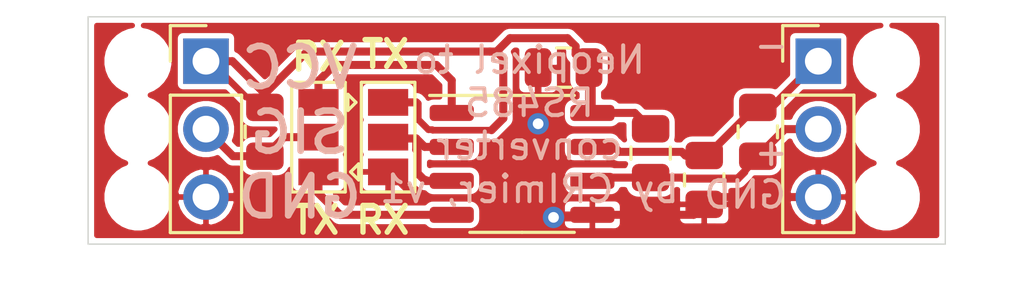
<source format=kicad_pcb>
(kicad_pcb (version 20171130) (host pcbnew 5.1.5+dfsg1-2build2)

  (general
    (thickness 1.6)
    (drawings 13)
    (tracks 103)
    (zones 0)
    (modules 16)
    (nets 9)
  )

  (page A4)
  (layers
    (0 F.Cu signal)
    (31 B.Cu signal)
    (32 B.Adhes user)
    (33 F.Adhes user)
    (34 B.Paste user)
    (35 F.Paste user)
    (36 B.SilkS user)
    (37 F.SilkS user)
    (38 B.Mask user)
    (39 F.Mask user)
    (40 Dwgs.User user)
    (41 Cmts.User user)
    (42 Eco1.User user)
    (43 Eco2.User user)
    (44 Edge.Cuts user)
    (45 Margin user)
    (46 B.CrtYd user)
    (47 F.CrtYd user)
    (48 B.Fab user)
    (49 F.Fab user)
  )

  (setup
    (last_trace_width 0.3)
    (user_trace_width 0.3)
    (trace_clearance 0.2)
    (zone_clearance 0.2)
    (zone_45_only yes)
    (trace_min 0.2)
    (via_size 0.8)
    (via_drill 0.4)
    (via_min_size 0.4)
    (via_min_drill 0.3)
    (uvia_size 0.3)
    (uvia_drill 0.1)
    (uvias_allowed no)
    (uvia_min_size 0.2)
    (uvia_min_drill 0.1)
    (edge_width 0.05)
    (segment_width 0.2)
    (pcb_text_width 0.3)
    (pcb_text_size 1.5 1.5)
    (mod_edge_width 0.12)
    (mod_text_size 1 1)
    (mod_text_width 0.15)
    (pad_size 1.524 1.524)
    (pad_drill 0.762)
    (pad_to_mask_clearance 0.051)
    (solder_mask_min_width 0.25)
    (aux_axis_origin 180 84.7)
    (visible_elements FFFFFF7F)
    (pcbplotparams
      (layerselection 0x010fc_ffffffff)
      (usegerberextensions true)
      (usegerberattributes false)
      (usegerberadvancedattributes false)
      (creategerberjobfile false)
      (excludeedgelayer true)
      (linewidth 0.100000)
      (plotframeref false)
      (viasonmask false)
      (mode 1)
      (useauxorigin true)
      (hpglpennumber 1)
      (hpglpenspeed 20)
      (hpglpendiameter 15.000000)
      (psnegative false)
      (psa4output false)
      (plotreference false)
      (plotvalue false)
      (plotinvisibletext false)
      (padsonsilk false)
      (subtractmaskfromsilk true)
      (outputformat 1)
      (mirror false)
      (drillshape 0)
      (scaleselection 1)
      (outputdirectory "gerbers/"))
  )

  (net 0 "")
  (net 1 GND)
  (net 2 CH)
  (net 3 VCC)
  (net 4 /A)
  (net 5 /B)
  (net 6 IN)
  (net 7 OUT)
  (net 8 MO)

  (net_class Default "This is the default net class."
    (clearance 0.2)
    (trace_width 0.25)
    (via_dia 0.8)
    (via_drill 0.4)
    (uvia_dia 0.3)
    (uvia_drill 0.1)
    (add_net /A)
    (add_net /B)
    (add_net CH)
    (add_net GND)
    (add_net IN)
    (add_net MO)
    (add_net OUT)
    (add_net VCC)
  )

  (module neopixel_to_rs485_adapter:wire_hole (layer F.Cu) (tedit 61858AB8) (tstamp 6185E8F4)
    (at 177.8 91.44)
    (descr "Mounting Hole 2.1mm, no annular")
    (tags "mounting hole 2.1mm no annular")
    (attr virtual)
    (fp_text reference H3 (at 0 -3.2) (layer F.SilkS) hide
      (effects (font (size 1 1) (thickness 0.15)))
    )
    (fp_text value MountingHole (at 0 3.2) (layer F.Fab)
      (effects (font (size 1 1) (thickness 0.15)))
    )
    (fp_text user %R (at 0.3 0) (layer F.Fab) hide
      (effects (font (size 1 1) (thickness 0.15)))
    )
    (fp_circle (center 0 0) (end 1.25 0) (layer Cmts.User) (width 0.15))
    (fp_circle (center 0 0) (end 1.5 0) (layer F.CrtYd) (width 0.05))
    (pad "" np_thru_hole circle (at 0 0) (size 2.1 2.1) (drill 2.1) (layers *.Cu *.Mask))
  )

  (module neopixel_to_rs485_adapter:wire_hole (layer F.Cu) (tedit 61858AB8) (tstamp 6185E8E6)
    (at 177.8 88.9)
    (descr "Mounting Hole 2.1mm, no annular")
    (tags "mounting hole 2.1mm no annular")
    (attr virtual)
    (fp_text reference H3 (at 0 -3.2) (layer F.SilkS) hide
      (effects (font (size 1 1) (thickness 0.15)))
    )
    (fp_text value MountingHole (at 0 3.2) (layer F.Fab)
      (effects (font (size 1 1) (thickness 0.15)))
    )
    (fp_circle (center 0 0) (end 1.5 0) (layer F.CrtYd) (width 0.05))
    (fp_circle (center 0 0) (end 1.25 0) (layer Cmts.User) (width 0.15))
    (fp_text user %R (at 0.3 0) (layer F.Fab) hide
      (effects (font (size 1 1) (thickness 0.15)))
    )
    (pad "" np_thru_hole circle (at 0 0) (size 2.1 2.1) (drill 2.1) (layers *.Cu *.Mask))
  )

  (module neopixel_to_rs485_adapter:wire_hole (layer F.Cu) (tedit 61858AB8) (tstamp 6185E8D8)
    (at 177.8 86.36)
    (descr "Mounting Hole 2.1mm, no annular")
    (tags "mounting hole 2.1mm no annular")
    (attr virtual)
    (fp_text reference H3 (at 0 -3.2) (layer F.SilkS) hide
      (effects (font (size 1 1) (thickness 0.15)))
    )
    (fp_text value MountingHole (at 0 3.2) (layer F.Fab)
      (effects (font (size 1 1) (thickness 0.15)))
    )
    (fp_text user %R (at 0.3 0) (layer F.Fab) hide
      (effects (font (size 1 1) (thickness 0.15)))
    )
    (fp_circle (center 0 0) (end 1.25 0) (layer Cmts.User) (width 0.15))
    (fp_circle (center 0 0) (end 1.5 0) (layer F.CrtYd) (width 0.05))
    (pad "" np_thru_hole circle (at 0 0) (size 2.1 2.1) (drill 2.1) (layers *.Cu *.Mask))
  )

  (module neopixel_to_rs485_adapter:wire_hole (layer F.Cu) (tedit 61858AB8) (tstamp 6185E8CA)
    (at 149.86 91.44)
    (descr "Mounting Hole 2.1mm, no annular")
    (tags "mounting hole 2.1mm no annular")
    (attr virtual)
    (fp_text reference H3 (at 0 -3.2) (layer F.SilkS) hide
      (effects (font (size 1 1) (thickness 0.15)))
    )
    (fp_text value MountingHole (at 0 3.2) (layer F.Fab)
      (effects (font (size 1 1) (thickness 0.15)))
    )
    (fp_circle (center 0 0) (end 1.5 0) (layer F.CrtYd) (width 0.05))
    (fp_circle (center 0 0) (end 1.25 0) (layer Cmts.User) (width 0.15))
    (fp_text user %R (at 0.3 0) (layer F.Fab) hide
      (effects (font (size 1 1) (thickness 0.15)))
    )
    (pad "" np_thru_hole circle (at 0 0) (size 2.1 2.1) (drill 2.1) (layers *.Cu *.Mask))
  )

  (module neopixel_to_rs485_adapter:wire_hole (layer F.Cu) (tedit 61858AB8) (tstamp 6185E8BC)
    (at 149.86 88.9)
    (descr "Mounting Hole 2.1mm, no annular")
    (tags "mounting hole 2.1mm no annular")
    (attr virtual)
    (fp_text reference H3 (at 0 -3.2) (layer F.SilkS) hide
      (effects (font (size 1 1) (thickness 0.15)))
    )
    (fp_text value MountingHole (at 0 3.2) (layer F.Fab)
      (effects (font (size 1 1) (thickness 0.15)))
    )
    (fp_text user %R (at 0.3 0) (layer F.Fab) hide
      (effects (font (size 1 1) (thickness 0.15)))
    )
    (fp_circle (center 0 0) (end 1.25 0) (layer Cmts.User) (width 0.15))
    (fp_circle (center 0 0) (end 1.5 0) (layer F.CrtYd) (width 0.05))
    (pad "" np_thru_hole circle (at 0 0) (size 2.1 2.1) (drill 2.1) (layers *.Cu *.Mask))
  )

  (module neopixel_to_rs485_adapter:wire_hole (layer F.Cu) (tedit 61858AB8) (tstamp 6185E89C)
    (at 149.86 86.36)
    (descr "Mounting Hole 2.1mm, no annular")
    (tags "mounting hole 2.1mm no annular")
    (attr virtual)
    (fp_text reference H3 (at 0 -3.2) (layer F.SilkS) hide
      (effects (font (size 1 1) (thickness 0.15)))
    )
    (fp_text value MountingHole (at 0 3.2) (layer F.Fab)
      (effects (font (size 1 1) (thickness 0.15)))
    )
    (fp_circle (center 0 0) (end 1.5 0) (layer F.CrtYd) (width 0.05))
    (fp_circle (center 0 0) (end 1.25 0) (layer Cmts.User) (width 0.15))
    (fp_text user %R (at 0.3 0) (layer F.Fab) hide
      (effects (font (size 1 1) (thickness 0.15)))
    )
    (pad "" np_thru_hole circle (at 0 0) (size 2.1 2.1) (drill 2.1) (layers *.Cu *.Mask))
  )

  (module Capacitor_SMD:C_0805_2012Metric (layer F.Cu) (tedit 5F68FEEE) (tstamp 6185C257)
    (at 165.75 86.6 180)
    (descr "Capacitor SMD 0805 (2012 Metric), square (rectangular) end terminal, IPC_7351 nominal, (Body size source: IPC-SM-782 page 76, https://www.pcb-3d.com/wordpress/wp-content/uploads/ipc-sm-782a_amendment_1_and_2.pdf, https://docs.google.com/spreadsheets/d/1BsfQQcO9C6DZCsRaXUlFlo91Tg2WpOkGARC1WS5S8t0/edit?usp=sharing), generated with kicad-footprint-generator")
    (tags capacitor)
    (path /61879886)
    (attr smd)
    (fp_text reference C1 (at 0 -1.68) (layer F.SilkS) hide
      (effects (font (size 1 1) (thickness 0.15)))
    )
    (fp_text value 100nF (at 0 1.68) (layer F.Fab)
      (effects (font (size 1 1) (thickness 0.15)))
    )
    (fp_text user %R (at 0 0) (layer F.Fab)
      (effects (font (size 0.5 0.5) (thickness 0.08)))
    )
    (fp_line (start 1.7 0.98) (end -1.7 0.98) (layer F.CrtYd) (width 0.05))
    (fp_line (start 1.7 -0.98) (end 1.7 0.98) (layer F.CrtYd) (width 0.05))
    (fp_line (start -1.7 -0.98) (end 1.7 -0.98) (layer F.CrtYd) (width 0.05))
    (fp_line (start -1.7 0.98) (end -1.7 -0.98) (layer F.CrtYd) (width 0.05))
    (fp_line (start -0.261252 0.735) (end 0.261252 0.735) (layer F.SilkS) (width 0.12))
    (fp_line (start -0.261252 -0.735) (end 0.261252 -0.735) (layer F.SilkS) (width 0.12))
    (fp_line (start 1 0.625) (end -1 0.625) (layer F.Fab) (width 0.1))
    (fp_line (start 1 -0.625) (end 1 0.625) (layer F.Fab) (width 0.1))
    (fp_line (start -1 -0.625) (end 1 -0.625) (layer F.Fab) (width 0.1))
    (fp_line (start -1 0.625) (end -1 -0.625) (layer F.Fab) (width 0.1))
    (pad 2 smd roundrect (at 0.95 0 180) (size 1 1.45) (layers F.Cu F.Paste F.Mask) (roundrect_rratio 0.25)
      (net 1 GND))
    (pad 1 smd roundrect (at -0.95 0 180) (size 1 1.45) (layers F.Cu F.Paste F.Mask) (roundrect_rratio 0.25)
      (net 3 VCC))
    (model ${KISYS3DMOD}/Capacitor_SMD.3dshapes/C_0805_2012Metric.wrl
      (at (xyz 0 0 0))
      (scale (xyz 1 1 1))
      (rotate (xyz 0 0 0))
    )
  )

  (module Jumper:SolderJumper-3_P1.3mm_Open_Pad1.0x1.5mm (layer F.Cu) (tedit 5A3F8BB2) (tstamp 6185ADE5)
    (at 159.2 89.2 270)
    (descr "SMD Solder 3-pad Jumper, 1x1.5mm Pads, 0.3mm gap, open")
    (tags "solder jumper open")
    (path /6185DDBF)
    (attr virtual)
    (fp_text reference JP2 (at 0 -1.8 90) (layer F.SilkS) hide
      (effects (font (size 1 1) (thickness 0.15)))
    )
    (fp_text value DIR (at 0 2 90) (layer F.Fab)
      (effects (font (size 1 1) (thickness 0.15)))
    )
    (fp_line (start 2.3 1.25) (end -2.3 1.25) (layer F.CrtYd) (width 0.05))
    (fp_line (start 2.3 1.25) (end 2.3 -1.25) (layer F.CrtYd) (width 0.05))
    (fp_line (start -2.3 -1.25) (end -2.3 1.25) (layer F.CrtYd) (width 0.05))
    (fp_line (start -2.3 -1.25) (end 2.3 -1.25) (layer F.CrtYd) (width 0.05))
    (fp_line (start -2.05 -1) (end 2.05 -1) (layer F.SilkS) (width 0.12))
    (fp_line (start 2.05 -1) (end 2.05 1) (layer F.SilkS) (width 0.12))
    (fp_line (start 2.05 1) (end -2.05 1) (layer F.SilkS) (width 0.12))
    (fp_line (start -2.05 1) (end -2.05 -1) (layer F.SilkS) (width 0.12))
    (fp_line (start -1.3 1.2) (end -1.6 1.5) (layer F.SilkS) (width 0.12))
    (fp_line (start -1.6 1.5) (end -1 1.5) (layer F.SilkS) (width 0.12))
    (fp_line (start -1.3 1.2) (end -1 1.5) (layer F.SilkS) (width 0.12))
    (pad 1 smd rect (at -1.3 0 270) (size 1 1.5) (layers F.Cu F.Mask)
      (net 3 VCC))
    (pad 2 smd rect (at 0 0 270) (size 1 1.5) (layers F.Cu F.Mask)
      (net 8 MO))
    (pad 3 smd rect (at 1.3 0 270) (size 1 1.5) (layers F.Cu F.Mask)
      (net 1 GND))
  )

  (module Connector_PinHeader_2.54mm:PinHeader_1x03_P2.54mm_Vertical (layer F.Cu) (tedit 59FED5CC) (tstamp 6185ADC1)
    (at 175.26 86.36)
    (descr "Through hole straight pin header, 1x03, 2.54mm pitch, single row")
    (tags "Through hole pin header THT 1x03 2.54mm single row")
    (path /618576DF)
    (fp_text reference J2 (at 0 -2.33) (layer F.SilkS) hide
      (effects (font (size 1 1) (thickness 0.15)))
    )
    (fp_text value RS485 (at 0 7.41) (layer F.Fab)
      (effects (font (size 1 1) (thickness 0.15)))
    )
    (fp_text user %R (at 0 2.54 90) (layer F.Fab)
      (effects (font (size 1 1) (thickness 0.15)))
    )
    (fp_line (start 1.8 -1.8) (end -1.8 -1.8) (layer F.CrtYd) (width 0.05))
    (fp_line (start 1.8 6.85) (end 1.8 -1.8) (layer F.CrtYd) (width 0.05))
    (fp_line (start -1.8 6.85) (end 1.8 6.85) (layer F.CrtYd) (width 0.05))
    (fp_line (start -1.8 -1.8) (end -1.8 6.85) (layer F.CrtYd) (width 0.05))
    (fp_line (start -1.33 -1.33) (end 0 -1.33) (layer F.SilkS) (width 0.12))
    (fp_line (start -1.33 0) (end -1.33 -1.33) (layer F.SilkS) (width 0.12))
    (fp_line (start -1.33 1.27) (end 1.33 1.27) (layer F.SilkS) (width 0.12))
    (fp_line (start 1.33 1.27) (end 1.33 6.41) (layer F.SilkS) (width 0.12))
    (fp_line (start -1.33 1.27) (end -1.33 6.41) (layer F.SilkS) (width 0.12))
    (fp_line (start -1.33 6.41) (end 1.33 6.41) (layer F.SilkS) (width 0.12))
    (fp_line (start -1.27 -0.635) (end -0.635 -1.27) (layer F.Fab) (width 0.1))
    (fp_line (start -1.27 6.35) (end -1.27 -0.635) (layer F.Fab) (width 0.1))
    (fp_line (start 1.27 6.35) (end -1.27 6.35) (layer F.Fab) (width 0.1))
    (fp_line (start 1.27 -1.27) (end 1.27 6.35) (layer F.Fab) (width 0.1))
    (fp_line (start -0.635 -1.27) (end 1.27 -1.27) (layer F.Fab) (width 0.1))
    (pad 3 thru_hole oval (at 0 5.08) (size 1.7 1.7) (drill 1) (layers *.Cu *.Mask)
      (net 1 GND))
    (pad 2 thru_hole oval (at 0 2.54) (size 1.7 1.7) (drill 1) (layers *.Cu *.Mask)
      (net 4 /A))
    (pad 1 thru_hole rect (at 0 0) (size 1.7 1.7) (drill 1) (layers *.Cu *.Mask)
      (net 5 /B))
    (model ${KISYS3DMOD}/Connector_PinHeader_2.54mm.3dshapes/PinHeader_1x03_P2.54mm_Vertical.wrl
      (at (xyz 0 0 0))
      (scale (xyz 1 1 1))
      (rotate (xyz 0 0 0))
    )
  )

  (module Package_SO:SOP-8_3.9x4.9mm_P1.27mm (layer F.Cu) (tedit 5D9F72B1) (tstamp 6185AE43)
    (at 164.2 90.2)
    (descr "SOP, 8 Pin (http://www.macronix.com/Lists/Datasheet/Attachments/7534/MX25R3235F,%20Wide%20Range,%2032Mb,%20v1.6.pdf#page=79), generated with kicad-footprint-generator ipc_gullwing_generator.py")
    (tags "SOP SO")
    (path /6185518F)
    (attr smd)
    (fp_text reference U1 (at 0 -3.4) (layer F.SilkS) hide
      (effects (font (size 1 1) (thickness 0.15)))
    )
    (fp_text value MAX485E (at 0 3.4) (layer F.Fab)
      (effects (font (size 1 1) (thickness 0.15)))
    )
    (fp_text user %R (at 0 0) (layer F.Fab)
      (effects (font (size 0.98 0.98) (thickness 0.15)))
    )
    (fp_line (start 3.7 -2.7) (end -3.7 -2.7) (layer F.CrtYd) (width 0.05))
    (fp_line (start 3.7 2.7) (end 3.7 -2.7) (layer F.CrtYd) (width 0.05))
    (fp_line (start -3.7 2.7) (end 3.7 2.7) (layer F.CrtYd) (width 0.05))
    (fp_line (start -3.7 -2.7) (end -3.7 2.7) (layer F.CrtYd) (width 0.05))
    (fp_line (start -1.95 -1.475) (end -0.975 -2.45) (layer F.Fab) (width 0.1))
    (fp_line (start -1.95 2.45) (end -1.95 -1.475) (layer F.Fab) (width 0.1))
    (fp_line (start 1.95 2.45) (end -1.95 2.45) (layer F.Fab) (width 0.1))
    (fp_line (start 1.95 -2.45) (end 1.95 2.45) (layer F.Fab) (width 0.1))
    (fp_line (start -0.975 -2.45) (end 1.95 -2.45) (layer F.Fab) (width 0.1))
    (fp_line (start 0 -2.56) (end -3.45 -2.56) (layer F.SilkS) (width 0.12))
    (fp_line (start 0 -2.56) (end 1.95 -2.56) (layer F.SilkS) (width 0.12))
    (fp_line (start 0 2.56) (end -1.95 2.56) (layer F.SilkS) (width 0.12))
    (fp_line (start 0 2.56) (end 1.95 2.56) (layer F.SilkS) (width 0.12))
    (pad 8 smd roundrect (at 2.625 -1.905) (size 1.65 0.6) (layers F.Cu F.Paste F.Mask) (roundrect_rratio 0.25)
      (net 3 VCC))
    (pad 7 smd roundrect (at 2.625 -0.635) (size 1.65 0.6) (layers F.Cu F.Paste F.Mask) (roundrect_rratio 0.25)
      (net 5 /B))
    (pad 6 smd roundrect (at 2.625 0.635) (size 1.65 0.6) (layers F.Cu F.Paste F.Mask) (roundrect_rratio 0.25)
      (net 4 /A))
    (pad 5 smd roundrect (at 2.625 1.905) (size 1.65 0.6) (layers F.Cu F.Paste F.Mask) (roundrect_rratio 0.25)
      (net 1 GND))
    (pad 4 smd roundrect (at -2.625 1.905) (size 1.65 0.6) (layers F.Cu F.Paste F.Mask) (roundrect_rratio 0.25)
      (net 6 IN))
    (pad 3 smd roundrect (at -2.625 0.635) (size 1.65 0.6) (layers F.Cu F.Paste F.Mask) (roundrect_rratio 0.25)
      (net 8 MO))
    (pad 2 smd roundrect (at -2.625 -0.635) (size 1.65 0.6) (layers F.Cu F.Paste F.Mask) (roundrect_rratio 0.25)
      (net 8 MO))
    (pad 1 smd roundrect (at -2.625 -1.905) (size 1.65 0.6) (layers F.Cu F.Paste F.Mask) (roundrect_rratio 0.25)
      (net 7 OUT))
    (model ${KISYS3DMOD}/Package_SO.3dshapes/SOP-8_3.9x4.9mm_P1.27mm.wrl
      (at (xyz 0 0 0))
      (scale (xyz 1 1 1))
      (rotate (xyz 0 0 0))
    )
  )

  (module Resistor_SMD:R_0805_2012Metric (layer F.Cu) (tedit 5F68FEEE) (tstamp 6185AE29)
    (at 154.6 89 270)
    (descr "Resistor SMD 0805 (2012 Metric), square (rectangular) end terminal, IPC_7351 nominal, (Body size source: IPC-SM-782 page 72, https://www.pcb-3d.com/wordpress/wp-content/uploads/ipc-sm-782a_amendment_1_and_2.pdf), generated with kicad-footprint-generator")
    (tags resistor)
    (path /618644B3)
    (attr smd)
    (fp_text reference R4 (at 0 -1.65 90) (layer F.SilkS) hide
      (effects (font (size 1 1) (thickness 0.15)))
    )
    (fp_text value RSP (at 0 1.65 90) (layer F.Fab)
      (effects (font (size 1 1) (thickness 0.15)))
    )
    (fp_text user %R (at 0 0 90) (layer F.Fab)
      (effects (font (size 0.5 0.5) (thickness 0.08)))
    )
    (fp_line (start 1.68 0.95) (end -1.68 0.95) (layer F.CrtYd) (width 0.05))
    (fp_line (start 1.68 -0.95) (end 1.68 0.95) (layer F.CrtYd) (width 0.05))
    (fp_line (start -1.68 -0.95) (end 1.68 -0.95) (layer F.CrtYd) (width 0.05))
    (fp_line (start -1.68 0.95) (end -1.68 -0.95) (layer F.CrtYd) (width 0.05))
    (fp_line (start -0.227064 0.735) (end 0.227064 0.735) (layer F.SilkS) (width 0.12))
    (fp_line (start -0.227064 -0.735) (end 0.227064 -0.735) (layer F.SilkS) (width 0.12))
    (fp_line (start 1 0.625) (end -1 0.625) (layer F.Fab) (width 0.1))
    (fp_line (start 1 -0.625) (end 1 0.625) (layer F.Fab) (width 0.1))
    (fp_line (start -1 -0.625) (end 1 -0.625) (layer F.Fab) (width 0.1))
    (fp_line (start -1 0.625) (end -1 -0.625) (layer F.Fab) (width 0.1))
    (pad 2 smd roundrect (at 0.9125 0 270) (size 1.025 1.4) (layers F.Cu F.Paste F.Mask) (roundrect_rratio 0.243902)
      (net 2 CH))
    (pad 1 smd roundrect (at -0.9125 0 270) (size 1.025 1.4) (layers F.Cu F.Paste F.Mask) (roundrect_rratio 0.243902)
      (net 3 VCC))
    (model ${KISYS3DMOD}/Resistor_SMD.3dshapes/R_0805_2012Metric.wrl
      (at (xyz 0 0 0))
      (scale (xyz 1 1 1))
      (rotate (xyz 0 0 0))
    )
  )

  (module Resistor_SMD:R_0805_2012Metric (layer F.Cu) (tedit 5F68FEEE) (tstamp 6185AE18)
    (at 169 89.8 90)
    (descr "Resistor SMD 0805 (2012 Metric), square (rectangular) end terminal, IPC_7351 nominal, (Body size source: IPC-SM-782 page 72, https://www.pcb-3d.com/wordpress/wp-content/uploads/ipc-sm-782a_amendment_1_and_2.pdf), generated with kicad-footprint-generator")
    (tags resistor)
    (path /61859C4E)
    (attr smd)
    (fp_text reference R3 (at 0 -1.65 90) (layer F.SilkS) hide
      (effects (font (size 1 1) (thickness 0.15)))
    )
    (fp_text value RSP (at 0 1.65 90) (layer F.Fab)
      (effects (font (size 1 1) (thickness 0.15)))
    )
    (fp_text user %R (at 0 0 90) (layer F.Fab)
      (effects (font (size 0.5 0.5) (thickness 0.08)))
    )
    (fp_line (start 1.68 0.95) (end -1.68 0.95) (layer F.CrtYd) (width 0.05))
    (fp_line (start 1.68 -0.95) (end 1.68 0.95) (layer F.CrtYd) (width 0.05))
    (fp_line (start -1.68 -0.95) (end 1.68 -0.95) (layer F.CrtYd) (width 0.05))
    (fp_line (start -1.68 0.95) (end -1.68 -0.95) (layer F.CrtYd) (width 0.05))
    (fp_line (start -0.227064 0.735) (end 0.227064 0.735) (layer F.SilkS) (width 0.12))
    (fp_line (start -0.227064 -0.735) (end 0.227064 -0.735) (layer F.SilkS) (width 0.12))
    (fp_line (start 1 0.625) (end -1 0.625) (layer F.Fab) (width 0.1))
    (fp_line (start 1 -0.625) (end 1 0.625) (layer F.Fab) (width 0.1))
    (fp_line (start -1 -0.625) (end 1 -0.625) (layer F.Fab) (width 0.1))
    (fp_line (start -1 0.625) (end -1 -0.625) (layer F.Fab) (width 0.1))
    (pad 2 smd roundrect (at 0.9125 0 90) (size 1.025 1.4) (layers F.Cu F.Paste F.Mask) (roundrect_rratio 0.243902)
      (net 3 VCC))
    (pad 1 smd roundrect (at -0.9125 0 90) (size 1.025 1.4) (layers F.Cu F.Paste F.Mask) (roundrect_rratio 0.243902)
      (net 4 /A))
    (model ${KISYS3DMOD}/Resistor_SMD.3dshapes/R_0805_2012Metric.wrl
      (at (xyz 0 0 0))
      (scale (xyz 1 1 1))
      (rotate (xyz 0 0 0))
    )
  )

  (module Resistor_SMD:R_0805_2012Metric (layer F.Cu) (tedit 5F68FEEE) (tstamp 6185AE07)
    (at 173 89 270)
    (descr "Resistor SMD 0805 (2012 Metric), square (rectangular) end terminal, IPC_7351 nominal, (Body size source: IPC-SM-782 page 72, https://www.pcb-3d.com/wordpress/wp-content/uploads/ipc-sm-782a_amendment_1_and_2.pdf), generated with kicad-footprint-generator")
    (tags resistor)
    (path /618592C1)
    (attr smd)
    (fp_text reference R2 (at 0 -1.65 90) (layer F.SilkS) hide
      (effects (font (size 1 1) (thickness 0.15)))
    )
    (fp_text value 120 (at 0 1.65 90) (layer F.Fab)
      (effects (font (size 1 1) (thickness 0.15)))
    )
    (fp_text user %R (at 0 0 90) (layer F.Fab)
      (effects (font (size 0.5 0.5) (thickness 0.08)))
    )
    (fp_line (start 1.68 0.95) (end -1.68 0.95) (layer F.CrtYd) (width 0.05))
    (fp_line (start 1.68 -0.95) (end 1.68 0.95) (layer F.CrtYd) (width 0.05))
    (fp_line (start -1.68 -0.95) (end 1.68 -0.95) (layer F.CrtYd) (width 0.05))
    (fp_line (start -1.68 0.95) (end -1.68 -0.95) (layer F.CrtYd) (width 0.05))
    (fp_line (start -0.227064 0.735) (end 0.227064 0.735) (layer F.SilkS) (width 0.12))
    (fp_line (start -0.227064 -0.735) (end 0.227064 -0.735) (layer F.SilkS) (width 0.12))
    (fp_line (start 1 0.625) (end -1 0.625) (layer F.Fab) (width 0.1))
    (fp_line (start 1 -0.625) (end 1 0.625) (layer F.Fab) (width 0.1))
    (fp_line (start -1 -0.625) (end 1 -0.625) (layer F.Fab) (width 0.1))
    (fp_line (start -1 0.625) (end -1 -0.625) (layer F.Fab) (width 0.1))
    (pad 2 smd roundrect (at 0.9125 0 270) (size 1.025 1.4) (layers F.Cu F.Paste F.Mask) (roundrect_rratio 0.243902)
      (net 4 /A))
    (pad 1 smd roundrect (at -0.9125 0 270) (size 1.025 1.4) (layers F.Cu F.Paste F.Mask) (roundrect_rratio 0.243902)
      (net 5 /B))
    (model ${KISYS3DMOD}/Resistor_SMD.3dshapes/R_0805_2012Metric.wrl
      (at (xyz 0 0 0))
      (scale (xyz 1 1 1))
      (rotate (xyz 0 0 0))
    )
  )

  (module Resistor_SMD:R_0805_2012Metric (layer F.Cu) (tedit 5F68FEEE) (tstamp 6185ADF6)
    (at 171 90.8 90)
    (descr "Resistor SMD 0805 (2012 Metric), square (rectangular) end terminal, IPC_7351 nominal, (Body size source: IPC-SM-782 page 72, https://www.pcb-3d.com/wordpress/wp-content/uploads/ipc-sm-782a_amendment_1_and_2.pdf), generated with kicad-footprint-generator")
    (tags resistor)
    (path /6185A147)
    (attr smd)
    (fp_text reference R1 (at 0 -1.65 90) (layer F.SilkS) hide
      (effects (font (size 1 1) (thickness 0.15)))
    )
    (fp_text value RSP (at 0 1.65 90) (layer F.Fab)
      (effects (font (size 1 1) (thickness 0.15)))
    )
    (fp_text user %R (at 0 0 90) (layer F.Fab)
      (effects (font (size 0.5 0.5) (thickness 0.08)))
    )
    (fp_line (start 1.68 0.95) (end -1.68 0.95) (layer F.CrtYd) (width 0.05))
    (fp_line (start 1.68 -0.95) (end 1.68 0.95) (layer F.CrtYd) (width 0.05))
    (fp_line (start -1.68 -0.95) (end 1.68 -0.95) (layer F.CrtYd) (width 0.05))
    (fp_line (start -1.68 0.95) (end -1.68 -0.95) (layer F.CrtYd) (width 0.05))
    (fp_line (start -0.227064 0.735) (end 0.227064 0.735) (layer F.SilkS) (width 0.12))
    (fp_line (start -0.227064 -0.735) (end 0.227064 -0.735) (layer F.SilkS) (width 0.12))
    (fp_line (start 1 0.625) (end -1 0.625) (layer F.Fab) (width 0.1))
    (fp_line (start 1 -0.625) (end 1 0.625) (layer F.Fab) (width 0.1))
    (fp_line (start -1 -0.625) (end 1 -0.625) (layer F.Fab) (width 0.1))
    (fp_line (start -1 0.625) (end -1 -0.625) (layer F.Fab) (width 0.1))
    (pad 2 smd roundrect (at 0.9125 0 90) (size 1.025 1.4) (layers F.Cu F.Paste F.Mask) (roundrect_rratio 0.243902)
      (net 5 /B))
    (pad 1 smd roundrect (at -0.9125 0 90) (size 1.025 1.4) (layers F.Cu F.Paste F.Mask) (roundrect_rratio 0.243902)
      (net 1 GND))
    (model ${KISYS3DMOD}/Resistor_SMD.3dshapes/R_0805_2012Metric.wrl
      (at (xyz 0 0 0))
      (scale (xyz 1 1 1))
      (rotate (xyz 0 0 0))
    )
  )

  (module Jumper:SolderJumper-3_P1.3mm_Open_Pad1.0x1.5mm (layer F.Cu) (tedit 5A3F8BB2) (tstamp 6185ADD3)
    (at 156.6 89.2 90)
    (descr "SMD Solder 3-pad Jumper, 1x1.5mm Pads, 0.3mm gap, open")
    (tags "solder jumper open")
    (path /6185FD92)
    (attr virtual)
    (fp_text reference JP1 (at 0 -1.8 90) (layer F.SilkS) hide
      (effects (font (size 1 1) (thickness 0.15)))
    )
    (fp_text value DIR (at 0 2 90) (layer F.Fab)
      (effects (font (size 1 1) (thickness 0.15)))
    )
    (fp_line (start 2.3 1.25) (end -2.3 1.25) (layer F.CrtYd) (width 0.05))
    (fp_line (start 2.3 1.25) (end 2.3 -1.25) (layer F.CrtYd) (width 0.05))
    (fp_line (start -2.3 -1.25) (end -2.3 1.25) (layer F.CrtYd) (width 0.05))
    (fp_line (start -2.3 -1.25) (end 2.3 -1.25) (layer F.CrtYd) (width 0.05))
    (fp_line (start -2.05 -1) (end 2.05 -1) (layer F.SilkS) (width 0.12))
    (fp_line (start 2.05 -1) (end 2.05 1) (layer F.SilkS) (width 0.12))
    (fp_line (start 2.05 1) (end -2.05 1) (layer F.SilkS) (width 0.12))
    (fp_line (start -2.05 1) (end -2.05 -1) (layer F.SilkS) (width 0.12))
    (fp_line (start -1.3 1.2) (end -1.6 1.5) (layer F.SilkS) (width 0.12))
    (fp_line (start -1.6 1.5) (end -1 1.5) (layer F.SilkS) (width 0.12))
    (fp_line (start -1.3 1.2) (end -1 1.5) (layer F.SilkS) (width 0.12))
    (pad 1 smd rect (at -1.3 0 90) (size 1 1.5) (layers F.Cu F.Mask)
      (net 6 IN))
    (pad 2 smd rect (at 0 0 90) (size 1 1.5) (layers F.Cu F.Mask)
      (net 2 CH))
    (pad 3 smd rect (at 1.3 0 90) (size 1 1.5) (layers F.Cu F.Mask)
      (net 7 OUT))
  )

  (module Connector_PinHeader_2.54mm:PinHeader_1x03_P2.54mm_Vertical (layer F.Cu) (tedit 59FED5CC) (tstamp 6185ADAA)
    (at 152.4 86.36)
    (descr "Through hole straight pin header, 1x03, 2.54mm pitch, single row")
    (tags "Through hole pin header THT 1x03 2.54mm single row")
    (path /61856E98)
    (fp_text reference J1 (at 0 -2.33) (layer F.SilkS) hide
      (effects (font (size 1 1) (thickness 0.15)))
    )
    (fp_text value NEO (at 0 7.41) (layer F.Fab)
      (effects (font (size 1 1) (thickness 0.15)))
    )
    (fp_text user %R (at 0 2.54 90) (layer F.Fab)
      (effects (font (size 1 1) (thickness 0.15)))
    )
    (fp_line (start 1.8 -1.8) (end -1.8 -1.8) (layer F.CrtYd) (width 0.05))
    (fp_line (start 1.8 6.85) (end 1.8 -1.8) (layer F.CrtYd) (width 0.05))
    (fp_line (start -1.8 6.85) (end 1.8 6.85) (layer F.CrtYd) (width 0.05))
    (fp_line (start -1.8 -1.8) (end -1.8 6.85) (layer F.CrtYd) (width 0.05))
    (fp_line (start -1.33 -1.33) (end 0 -1.33) (layer F.SilkS) (width 0.12))
    (fp_line (start -1.33 0) (end -1.33 -1.33) (layer F.SilkS) (width 0.12))
    (fp_line (start -1.33 1.27) (end 1.33 1.27) (layer F.SilkS) (width 0.12))
    (fp_line (start 1.33 1.27) (end 1.33 6.41) (layer F.SilkS) (width 0.12))
    (fp_line (start -1.33 1.27) (end -1.33 6.41) (layer F.SilkS) (width 0.12))
    (fp_line (start -1.33 6.41) (end 1.33 6.41) (layer F.SilkS) (width 0.12))
    (fp_line (start -1.27 -0.635) (end -0.635 -1.27) (layer F.Fab) (width 0.1))
    (fp_line (start -1.27 6.35) (end -1.27 -0.635) (layer F.Fab) (width 0.1))
    (fp_line (start 1.27 6.35) (end -1.27 6.35) (layer F.Fab) (width 0.1))
    (fp_line (start 1.27 -1.27) (end 1.27 6.35) (layer F.Fab) (width 0.1))
    (fp_line (start -0.635 -1.27) (end 1.27 -1.27) (layer F.Fab) (width 0.1))
    (pad 3 thru_hole oval (at 0 5.08) (size 1.7 1.7) (drill 1) (layers *.Cu *.Mask)
      (net 1 GND))
    (pad 2 thru_hole oval (at 0 2.54) (size 1.7 1.7) (drill 1) (layers *.Cu *.Mask)
      (net 2 CH))
    (pad 1 thru_hole rect (at 0 0) (size 1.7 1.7) (drill 1) (layers *.Cu *.Mask)
      (net 3 VCC))
    (model ${KISYS3DMOD}/Connector_PinHeader_2.54mm.3dshapes/PinHeader_1x03_P2.54mm_Vertical.wrl
      (at (xyz 0 0 0))
      (scale (xyz 1 1 1))
      (rotate (xyz 0 0 0))
    )
  )

  (gr_text RX (at 159 92.3) (layer F.SilkS) (tstamp 61859936)
    (effects (font (size 1 1) (thickness 0.2)))
  )
  (gr_text TX (at 159.1 86.1) (layer F.SilkS) (tstamp 61859933)
    (effects (font (size 1 1) (thickness 0.2)))
  )
  (gr_text + (at 173.5 89.75) (layer B.SilkS)
    (effects (font (size 1 1) (thickness 0.15)) (justify mirror))
  )
  (gr_text - (at 173.5 85.75) (layer B.SilkS)
    (effects (font (size 1 1) (thickness 0.15)) (justify mirror))
  )
  (gr_text GND (at 172.525 91.35) (layer B.SilkS)
    (effects (font (size 1 1) (thickness 0.15)) (justify mirror))
  )
  (gr_text "VCC\nSIG\nGND" (at 155.9 89.025) (layer B.SilkS)
    (effects (font (size 1.5 1.5) (thickness 0.25)) (justify mirror))
  )
  (gr_text "Neopixel to\nRS485\nconverter\nby CRImier, v1" (at 164.475 88.725) (layer B.SilkS)
    (effects (font (size 1 1) (thickness 0.15)) (justify mirror))
  )
  (gr_text TX (at 156.5 92.3) (layer F.SilkS) (tstamp 6185CE4C)
    (effects (font (size 1 1) (thickness 0.2)))
  )
  (gr_text RX (at 156.6 86.2) (layer F.SilkS)
    (effects (font (size 1 1) (thickness 0.2)))
  )
  (gr_line (start 180 84.7) (end 180 93.2) (layer Edge.Cuts) (width 0.05) (tstamp 6185BE88))
  (gr_line (start 148 84.7) (end 180 84.7) (layer Edge.Cuts) (width 0.05))
  (gr_line (start 148 93.2) (end 148 84.7) (layer Edge.Cuts) (width 0.05))
  (gr_line (start 180 93.2) (end 148 93.2) (layer Edge.Cuts) (width 0.05))

  (segment (start 166.825 92.105) (end 165.705 92.105) (width 0.25) (layer F.Cu) (net 1))
  (segment (start 165.705 92.105) (end 165.63 92.18) (width 0.25) (layer F.Cu) (net 1))
  (segment (start 165.63 92.18) (end 165.375 92.2) (width 0.25) (layer F.Cu) (net 1) (tstamp 6185CE13))
  (segment (start 164.8 91.35) (end 165.63 92.18) (width 0.25) (layer F.Cu) (net 1))
  (segment (start 164.8 90.975) (end 164.8 91.35) (width 0.25) (layer F.Cu) (net 1))
  (segment (start 164.8 90.975) (end 164.8 88.7) (width 0.25) (layer F.Cu) (net 1))
  (via (at 165.375 92.2) (size 0.8) (drill 0.4) (layers F.Cu B.Cu) (net 1))
  (segment (start 164.8 88.7) (end 164.8 86.6) (width 0.25) (layer F.Cu) (net 1) (tstamp 6185E9D8))
  (via (at 164.8 88.7) (size 0.8) (drill 0.4) (layers F.Cu B.Cu) (net 1))
  (segment (start 164.975001 91.800001) (end 165.375 92.2) (width 0.25) (layer F.Cu) (net 1))
  (segment (start 164.65499 91.47999) (end 164.975001 91.800001) (width 0.25) (layer F.Cu) (net 1))
  (segment (start 160.22999 91.47999) (end 164.65499 91.47999) (width 0.25) (layer F.Cu) (net 1))
  (segment (start 159.25 90.5) (end 160.22999 91.47999) (width 0.25) (layer F.Cu) (net 1))
  (segment (start 159.2 90.5) (end 159.25 90.5) (width 0.25) (layer F.Cu) (net 1))
  (segment (start 171.2725 91.44) (end 171 91.7125) (width 0.3) (layer F.Cu) (net 1))
  (segment (start 175.26 91.44) (end 171.2725 91.44) (width 0.3) (layer F.Cu) (net 1))
  (segment (start 170.6075 92.105) (end 171 91.7125) (width 0.3) (layer F.Cu) (net 1))
  (segment (start 166.825 92.105) (end 170.6075 92.105) (width 0.3) (layer F.Cu) (net 1))
  (segment (start 166.73 92.2) (end 166.825 92.105) (width 0.3) (layer F.Cu) (net 1))
  (segment (start 165.375 92.2) (end 166.73 92.2) (width 0.3) (layer F.Cu) (net 1))
  (segment (start 155.24499 92.75501) (end 155.2 92.8) (width 0.3) (layer F.Cu) (net 1))
  (segment (start 164.81999 92.75501) (end 155.24499 92.75501) (width 0.3) (layer F.Cu) (net 1))
  (segment (start 165.375 92.2) (end 164.81999 92.75501) (width 0.3) (layer F.Cu) (net 1))
  (segment (start 153.602081 91.44) (end 154.962081 92.8) (width 0.3) (layer F.Cu) (net 1))
  (segment (start 154.962081 92.8) (end 155.3 92.8) (width 0.3) (layer F.Cu) (net 1))
  (segment (start 152.4 91.44) (end 153.602081 91.44) (width 0.3) (layer F.Cu) (net 1))
  (segment (start 155.2 92.8) (end 155.3 92.8) (width 0.25) (layer F.Cu) (net 1))
  (segment (start 153.4125 89.9125) (end 152.4 88.9) (width 0.3) (layer F.Cu) (net 2))
  (segment (start 154.6 89.9125) (end 153.4125 89.9125) (width 0.3) (layer F.Cu) (net 2))
  (segment (start 155.3125 89.2) (end 154.6 89.9125) (width 0.3) (layer F.Cu) (net 2))
  (segment (start 156.6 89.2) (end 155.3125 89.2) (width 0.3) (layer F.Cu) (net 2))
  (segment (start 154.2725 87.76) (end 154.6 88.0875) (width 0.25) (layer F.Cu) (net 3))
  (segment (start 152.56 86.36) (end 152.4 86.36) (width 0.25) (layer F.Cu) (net 3))
  (segment (start 153.9 87.7) (end 152.56 86.36) (width 0.25) (layer F.Cu) (net 3))
  (segment (start 154.475 87.7) (end 153.9 87.7) (width 0.25) (layer F.Cu) (net 3))
  (segment (start 166.825 86.625) (end 166.7 86.5) (width 0.25) (layer F.Cu) (net 3))
  (segment (start 166.825 88.295) (end 166.825 86.625) (width 0.25) (layer F.Cu) (net 3))
  (segment (start 168.4075 88.295) (end 169 88.8875) (width 0.3) (layer F.Cu) (net 3))
  (segment (start 166.825 88.295) (end 168.4075 88.295) (width 0.3) (layer F.Cu) (net 3))
  (segment (start 166.7 88.17) (end 166.825 88.295) (width 0.3) (layer F.Cu) (net 3))
  (segment (start 166.7 86.6) (end 166.7 88.17) (width 0.3) (layer F.Cu) (net 3))
  (segment (start 153.385 86.36) (end 152.4 86.36) (width 0.3) (layer F.Cu) (net 3))
  (segment (start 154.6 87.575) (end 153.385 86.36) (width 0.3) (layer F.Cu) (net 3))
  (segment (start 156.175 86) (end 163 86) (width 0.3) (layer F.Cu) (net 3))
  (segment (start 154.6 88.0875) (end 154.6 87.575) (width 0.3) (layer F.Cu) (net 3))
  (segment (start 154.6 87.575) (end 156.175 86) (width 0.3) (layer F.Cu) (net 3))
  (segment (start 163.25 86) (end 163 86) (width 0.3) (layer F.Cu) (net 3))
  (segment (start 163.5 86.25) (end 163.25 86) (width 0.3) (layer F.Cu) (net 3))
  (segment (start 163.5 88.5) (end 163.5 86.25) (width 0.3) (layer F.Cu) (net 3))
  (segment (start 163.06001 88.93999) (end 163.5 88.5) (width 0.3) (layer F.Cu) (net 3))
  (segment (start 160.86498 88.93999) (end 163.06001 88.93999) (width 0.25) (layer F.Cu) (net 3))
  (segment (start 160.3 88.516768) (end 160.703242 88.92001) (width 0.25) (layer F.Cu) (net 3))
  (segment (start 160.845 88.92001) (end 160.86498 88.93999) (width 0.25) (layer F.Cu) (net 3))
  (segment (start 160.703242 88.92001) (end 160.845 88.92001) (width 0.25) (layer F.Cu) (net 3))
  (segment (start 160.25 87.9) (end 159.2 87.9) (width 0.3) (layer F.Cu) (net 3))
  (segment (start 160.3 87.95) (end 160.25 87.9) (width 0.3) (layer F.Cu) (net 3))
  (segment (start 160.3 88.516768) (end 160.3 87.95) (width 0.3) (layer F.Cu) (net 3))
  (segment (start 166.2 86.1) (end 166.7 86.6) (width 0.3) (layer F.Cu) (net 3))
  (segment (start 166.2 85.8) (end 166.2 86.1) (width 0.3) (layer F.Cu) (net 3))
  (segment (start 165.9 85.5) (end 166.2 85.8) (width 0.3) (layer F.Cu) (net 3))
  (segment (start 163.75 85.5) (end 165.9 85.5) (width 0.3) (layer F.Cu) (net 3))
  (segment (start 163.25 86) (end 163.75 85.5) (width 0.3) (layer F.Cu) (net 3))
  (segment (start 174.0125 88.9) (end 173 89.9125) (width 0.3) (layer F.Cu) (net 4))
  (segment (start 175.26 88.9) (end 174.0125 88.9) (width 0.3) (layer F.Cu) (net 4))
  (segment (start 172.24999 90.75001) (end 172.5 90.5) (width 0.3) (layer F.Cu) (net 4))
  (segment (start 169 90.7125) (end 170.2125 90.7125) (width 0.3) (layer F.Cu) (net 4))
  (segment (start 170.25001 90.75001) (end 172.24999 90.75001) (width 0.3) (layer F.Cu) (net 4))
  (segment (start 170.2125 90.7125) (end 170.25001 90.75001) (width 0.3) (layer F.Cu) (net 4))
  (segment (start 172.5 90.5) (end 173 89.9125) (width 0.25) (layer F.Cu) (net 4))
  (segment (start 166.9475 90.7125) (end 166.825 90.835) (width 0.3) (layer F.Cu) (net 4))
  (segment (start 169 90.7125) (end 166.9475 90.7125) (width 0.3) (layer F.Cu) (net 4))
  (segment (start 173.3275 87.76) (end 173 88.0875) (width 0.25) (layer F.Cu) (net 5))
  (segment (start 167.65 89.565) (end 166.825 89.565) (width 0.3) (layer F.Cu) (net 5))
  (segment (start 167.83501 89.75001) (end 167.65 89.565) (width 0.3) (layer F.Cu) (net 5))
  (segment (start 170.16251 89.75001) (end 167.83501 89.75001) (width 0.3) (layer F.Cu) (net 5))
  (segment (start 170.3 89.8875) (end 170.16251 89.75001) (width 0.3) (layer F.Cu) (net 5))
  (segment (start 171 89.8875) (end 170.3 89.8875) (width 0.3) (layer F.Cu) (net 5))
  (segment (start 173.5125 88.0875) (end 173 88.0875) (width 0.3) (layer F.Cu) (net 5))
  (segment (start 175.24 86.36) (end 173.5125 88.0875) (width 0.3) (layer F.Cu) (net 5))
  (segment (start 175.26 86.36) (end 175.24 86.36) (width 0.3) (layer F.Cu) (net 5))
  (segment (start 171.1125 89.8875) (end 171 89.8875) (width 0.3) (layer F.Cu) (net 5))
  (segment (start 172.9125 88.0875) (end 171.1125 89.8875) (width 0.3) (layer F.Cu) (net 5))
  (segment (start 173 88.0875) (end 172.9125 88.0875) (width 0.3) (layer F.Cu) (net 5))
  (segment (start 156.6 91.3) (end 156.6 90.5) (width 0.3) (layer F.Cu) (net 6))
  (segment (start 157.405 92.105) (end 156.6 91.3) (width 0.3) (layer F.Cu) (net 6))
  (segment (start 161.575 92.105) (end 157.405 92.105) (width 0.3) (layer F.Cu) (net 6))
  (segment (start 161.575 87.075) (end 161 86.5) (width 0.3) (layer F.Cu) (net 7))
  (segment (start 161.575 88.295) (end 161.575 87.075) (width 0.3) (layer F.Cu) (net 7))
  (segment (start 156.6 87.1) (end 156.6 87.9) (width 0.3) (layer F.Cu) (net 7))
  (segment (start 157.2 86.5) (end 156.6 87.1) (width 0.3) (layer F.Cu) (net 7))
  (segment (start 161 86.5) (end 157.2 86.5) (width 0.3) (layer F.Cu) (net 7))
  (segment (start 160.565 89.565) (end 160.25 89.25) (width 0.3) (layer F.Cu) (net 8))
  (segment (start 161.575 89.565) (end 160.565 89.565) (width 0.3) (layer F.Cu) (net 8))
  (segment (start 159.25 89.25) (end 159.2 89.2) (width 0.3) (layer F.Cu) (net 8))
  (segment (start 160.25 89.25) (end 159.25 89.25) (width 0.3) (layer F.Cu) (net 8))
  (segment (start 160.635 90.835) (end 160.6 90.8) (width 0.3) (layer F.Cu) (net 8))
  (segment (start 161.575 90.835) (end 160.635 90.835) (width 0.3) (layer F.Cu) (net 8))
  (segment (start 160.6 90.8) (end 160.585 90.835) (width 0.25) (layer F.Cu) (net 8))
  (segment (start 160.3 89.719998) (end 160.3 90.55) (width 0.3) (layer F.Cu) (net 8))
  (segment (start 160.25 89.669998) (end 160.3 89.719998) (width 0.3) (layer F.Cu) (net 8))
  (segment (start 160.25 89.25) (end 160.25 89.669998) (width 0.3) (layer F.Cu) (net 8))
  (segment (start 160.585 90.835) (end 161.575 90.835) (width 0.3) (layer F.Cu) (net 8))
  (segment (start 160.3 90.55) (end 160.585 90.835) (width 0.3) (layer F.Cu) (net 8))

  (zone (net 1) (net_name GND) (layer F.Cu) (tstamp 6185EA87) (hatch edge 0.508)
    (connect_pads (clearance 0.2))
    (min_thickness 0.2)
    (fill yes (arc_segments 32) (thermal_gap 0.2) (thermal_bridge_width 0.21))
    (polygon
      (pts
        (xy 180 93.2) (xy 148 93.2) (xy 148 84.7) (xy 180 84.7)
      )
    )
    (filled_polygon
      (pts
        (xy 149.46622 85.06188) (xy 149.220535 85.163646) (xy 148.999425 85.311387) (xy 148.811387 85.499425) (xy 148.663646 85.720535)
        (xy 148.56188 85.96622) (xy 148.51 86.227037) (xy 148.51 86.492963) (xy 148.56188 86.75378) (xy 148.663646 86.999465)
        (xy 148.811387 87.220575) (xy 148.999425 87.408613) (xy 149.220535 87.556354) (xy 149.398332 87.63) (xy 149.220535 87.703646)
        (xy 148.999425 87.851387) (xy 148.811387 88.039425) (xy 148.663646 88.260535) (xy 148.56188 88.50622) (xy 148.51 88.767037)
        (xy 148.51 89.032963) (xy 148.56188 89.29378) (xy 148.663646 89.539465) (xy 148.811387 89.760575) (xy 148.999425 89.948613)
        (xy 149.220535 90.096354) (xy 149.398332 90.17) (xy 149.220535 90.243646) (xy 148.999425 90.391387) (xy 148.811387 90.579425)
        (xy 148.663646 90.800535) (xy 148.56188 91.04622) (xy 148.51 91.307037) (xy 148.51 91.572963) (xy 148.56188 91.83378)
        (xy 148.663646 92.079465) (xy 148.811387 92.300575) (xy 148.999425 92.488613) (xy 149.220535 92.636354) (xy 149.46622 92.73812)
        (xy 149.727037 92.79) (xy 149.992963 92.79) (xy 150.25378 92.73812) (xy 150.499465 92.636354) (xy 150.720575 92.488613)
        (xy 150.908613 92.300575) (xy 151.056354 92.079465) (xy 151.15812 91.83378) (xy 151.199681 91.624836) (xy 151.264951 91.624836)
        (xy 151.280618 91.703598) (xy 151.353552 91.916914) (xy 151.4667 92.111902) (xy 151.615715 92.281069) (xy 151.794869 92.417915)
        (xy 151.997278 92.51718) (xy 152.215164 92.575049) (xy 152.395 92.514989) (xy 152.395 91.445) (xy 152.405 91.445)
        (xy 152.405 92.514989) (xy 152.584836 92.575049) (xy 152.802722 92.51718) (xy 153.005131 92.417915) (xy 153.184285 92.281069)
        (xy 153.3333 92.111902) (xy 153.446448 91.916914) (xy 153.519382 91.703598) (xy 153.535049 91.624836) (xy 153.474988 91.445)
        (xy 152.405 91.445) (xy 152.395 91.445) (xy 151.325012 91.445) (xy 151.264951 91.624836) (xy 151.199681 91.624836)
        (xy 151.21 91.572963) (xy 151.21 91.307037) (xy 151.199682 91.255164) (xy 151.264951 91.255164) (xy 151.325012 91.435)
        (xy 152.395 91.435) (xy 152.395 90.365011) (xy 152.405 90.365011) (xy 152.405 91.435) (xy 153.474988 91.435)
        (xy 153.535049 91.255164) (xy 153.519382 91.176402) (xy 153.446448 90.963086) (xy 153.3333 90.768098) (xy 153.184285 90.598931)
        (xy 153.005131 90.462085) (xy 152.802722 90.36282) (xy 152.584836 90.304951) (xy 152.405 90.365011) (xy 152.395 90.365011)
        (xy 152.215164 90.304951) (xy 151.997278 90.36282) (xy 151.794869 90.462085) (xy 151.615715 90.598931) (xy 151.4667 90.768098)
        (xy 151.353552 90.963086) (xy 151.280618 91.176402) (xy 151.264951 91.255164) (xy 151.199682 91.255164) (xy 151.15812 91.04622)
        (xy 151.056354 90.800535) (xy 150.908613 90.579425) (xy 150.720575 90.391387) (xy 150.499465 90.243646) (xy 150.321668 90.17)
        (xy 150.499465 90.096354) (xy 150.720575 89.948613) (xy 150.908613 89.760575) (xy 151.056354 89.539465) (xy 151.15812 89.29378)
        (xy 151.21 89.032963) (xy 151.21 88.767037) (xy 151.15812 88.50622) (xy 151.056354 88.260535) (xy 150.908613 88.039425)
        (xy 150.720575 87.851387) (xy 150.499465 87.703646) (xy 150.321668 87.63) (xy 150.499465 87.556354) (xy 150.720575 87.408613)
        (xy 150.908613 87.220575) (xy 151.056354 86.999465) (xy 151.15812 86.75378) (xy 151.21 86.492963) (xy 151.21 86.227037)
        (xy 151.15812 85.96622) (xy 151.056354 85.720535) (xy 150.915679 85.51) (xy 151.248549 85.51) (xy 151.248549 87.21)
        (xy 151.254341 87.26881) (xy 151.271496 87.32536) (xy 151.299353 87.377477) (xy 151.336842 87.423158) (xy 151.382523 87.460647)
        (xy 151.43464 87.488504) (xy 151.49119 87.505659) (xy 151.55 87.511451) (xy 153.11041 87.511451) (xy 153.584721 87.985762)
        (xy 153.598026 88.001974) (xy 153.598549 88.002403) (xy 153.598549 88.350001) (xy 153.609145 88.457584) (xy 153.640526 88.561032)
        (xy 153.691485 88.65637) (xy 153.760065 88.739935) (xy 153.84363 88.808515) (xy 153.938968 88.859474) (xy 154.042416 88.890855)
        (xy 154.149999 88.901451) (xy 154.974653 88.901451) (xy 154.777555 89.098549) (xy 154.149999 89.098549) (xy 154.042416 89.109145)
        (xy 153.938968 89.140526) (xy 153.84363 89.191485) (xy 153.760065 89.260065) (xy 153.691485 89.34363) (xy 153.640526 89.438968)
        (xy 153.633388 89.4625) (xy 153.598896 89.4625) (xy 153.466568 89.330172) (xy 153.505806 89.235443) (xy 153.55 89.013265)
        (xy 153.55 88.786735) (xy 153.505806 88.564557) (xy 153.419116 88.355271) (xy 153.293263 88.166918) (xy 153.133082 88.006737)
        (xy 152.944729 87.880884) (xy 152.735443 87.794194) (xy 152.513265 87.75) (xy 152.286735 87.75) (xy 152.064557 87.794194)
        (xy 151.855271 87.880884) (xy 151.666918 88.006737) (xy 151.506737 88.166918) (xy 151.380884 88.355271) (xy 151.294194 88.564557)
        (xy 151.25 88.786735) (xy 151.25 89.013265) (xy 151.294194 89.235443) (xy 151.380884 89.444729) (xy 151.506737 89.633082)
        (xy 151.666918 89.793263) (xy 151.855271 89.919116) (xy 152.064557 90.005806) (xy 152.286735 90.05) (xy 152.513265 90.05)
        (xy 152.735443 90.005806) (xy 152.830172 89.966568) (xy 153.078676 90.215072) (xy 153.092763 90.232237) (xy 153.109928 90.246324)
        (xy 153.109932 90.246328) (xy 153.161283 90.288471) (xy 153.233289 90.326959) (xy 153.239459 90.330257) (xy 153.324285 90.355989)
        (xy 153.390395 90.3625) (xy 153.390405 90.3625) (xy 153.412499 90.364676) (xy 153.434593 90.3625) (xy 153.633388 90.3625)
        (xy 153.640526 90.386032) (xy 153.691485 90.48137) (xy 153.760065 90.564935) (xy 153.84363 90.633515) (xy 153.938968 90.684474)
        (xy 154.042416 90.715855) (xy 154.149999 90.726451) (xy 155.050001 90.726451) (xy 155.157584 90.715855) (xy 155.261032 90.684474)
        (xy 155.35637 90.633515) (xy 155.439935 90.564935) (xy 155.508515 90.48137) (xy 155.548549 90.406471) (xy 155.548549 91)
        (xy 155.554341 91.05881) (xy 155.571496 91.11536) (xy 155.599353 91.167477) (xy 155.636842 91.213158) (xy 155.682523 91.250647)
        (xy 155.73464 91.278504) (xy 155.79119 91.295659) (xy 155.85 91.301451) (xy 156.147967 91.301451) (xy 156.15 91.322094)
        (xy 156.15 91.322104) (xy 156.156511 91.388214) (xy 156.170253 91.433515) (xy 156.182243 91.47304) (xy 156.224029 91.551216)
        (xy 156.266172 91.602567) (xy 156.280263 91.619737) (xy 156.297433 91.633829) (xy 157.071176 92.407572) (xy 157.085263 92.424737)
        (xy 157.102428 92.438824) (xy 157.102432 92.438828) (xy 157.153783 92.480971) (xy 157.200259 92.505813) (xy 157.231959 92.522757)
        (xy 157.316785 92.548489) (xy 157.382895 92.555) (xy 157.382905 92.555) (xy 157.405 92.557176) (xy 157.427094 92.555)
        (xy 160.564999 92.555) (xy 160.580776 92.574224) (xy 160.649187 92.630368) (xy 160.727237 92.672086) (xy 160.811926 92.697776)
        (xy 160.9 92.706451) (xy 162.25 92.706451) (xy 162.338074 92.697776) (xy 162.422763 92.672086) (xy 162.500813 92.630368)
        (xy 162.569224 92.574224) (xy 162.625368 92.505813) (xy 162.667086 92.427763) (xy 162.673991 92.405) (xy 165.698548 92.405)
        (xy 165.70434 92.46381) (xy 165.721495 92.520361) (xy 165.749352 92.572478) (xy 165.786841 92.618159) (xy 165.832522 92.655648)
        (xy 165.884639 92.683505) (xy 165.94119 92.70066) (xy 166 92.706452) (xy 166.745 92.705) (xy 166.82 92.63)
        (xy 166.82 92.11) (xy 166.83 92.11) (xy 166.83 92.63) (xy 166.905 92.705) (xy 167.65 92.706452)
        (xy 167.70881 92.70066) (xy 167.765361 92.683505) (xy 167.817478 92.655648) (xy 167.863159 92.618159) (xy 167.900648 92.572478)
        (xy 167.928505 92.520361) (xy 167.94566 92.46381) (xy 167.951452 92.405) (xy 167.950264 92.225) (xy 169.998548 92.225)
        (xy 170.00434 92.28381) (xy 170.021495 92.340361) (xy 170.049352 92.392478) (xy 170.086841 92.438159) (xy 170.132522 92.475648)
        (xy 170.184639 92.503505) (xy 170.24119 92.52066) (xy 170.3 92.526452) (xy 170.92 92.525) (xy 170.995 92.45)
        (xy 170.995 91.7175) (xy 171.005 91.7175) (xy 171.005 92.45) (xy 171.08 92.525) (xy 171.7 92.526452)
        (xy 171.75881 92.52066) (xy 171.815361 92.503505) (xy 171.867478 92.475648) (xy 171.913159 92.438159) (xy 171.950648 92.392478)
        (xy 171.978505 92.340361) (xy 171.99566 92.28381) (xy 172.001452 92.225) (xy 172 91.7925) (xy 171.925 91.7175)
        (xy 171.005 91.7175) (xy 170.995 91.7175) (xy 170.075 91.7175) (xy 170 91.7925) (xy 169.998548 92.225)
        (xy 167.950264 92.225) (xy 167.95 92.185) (xy 167.875 92.11) (xy 166.83 92.11) (xy 166.82 92.11)
        (xy 165.775 92.11) (xy 165.7 92.185) (xy 165.698548 92.405) (xy 162.673991 92.405) (xy 162.692776 92.343074)
        (xy 162.701451 92.255) (xy 162.701451 91.955) (xy 162.692776 91.866926) (xy 162.673992 91.805) (xy 165.698548 91.805)
        (xy 165.7 92.025) (xy 165.775 92.1) (xy 166.82 92.1) (xy 166.82 91.58) (xy 166.83 91.58)
        (xy 166.83 92.1) (xy 167.875 92.1) (xy 167.95 92.025) (xy 167.951452 91.805) (xy 167.94566 91.74619)
        (xy 167.928505 91.689639) (xy 167.900648 91.637522) (xy 167.863159 91.591841) (xy 167.817478 91.554352) (xy 167.765361 91.526495)
        (xy 167.70881 91.50934) (xy 167.65 91.503548) (xy 166.905 91.505) (xy 166.83 91.58) (xy 166.82 91.58)
        (xy 166.745 91.505) (xy 166 91.503548) (xy 165.94119 91.50934) (xy 165.884639 91.526495) (xy 165.832522 91.554352)
        (xy 165.786841 91.591841) (xy 165.749352 91.637522) (xy 165.721495 91.689639) (xy 165.70434 91.74619) (xy 165.698548 91.805)
        (xy 162.673992 91.805) (xy 162.667086 91.782237) (xy 162.625368 91.704187) (xy 162.569224 91.635776) (xy 162.500813 91.579632)
        (xy 162.422763 91.537914) (xy 162.338074 91.512224) (xy 162.25 91.503549) (xy 160.9 91.503549) (xy 160.811926 91.512224)
        (xy 160.727237 91.537914) (xy 160.649187 91.579632) (xy 160.580776 91.635776) (xy 160.564999 91.655) (xy 157.591396 91.655)
        (xy 157.237846 91.301451) (xy 157.35 91.301451) (xy 157.40881 91.295659) (xy 157.46536 91.278504) (xy 157.517477 91.250647)
        (xy 157.563158 91.213158) (xy 157.600647 91.167477) (xy 157.628504 91.11536) (xy 157.645659 91.05881) (xy 157.651451 91)
        (xy 158.148548 91) (xy 158.15434 91.05881) (xy 158.171495 91.115361) (xy 158.199352 91.167478) (xy 158.236841 91.213159)
        (xy 158.282522 91.250648) (xy 158.334639 91.278505) (xy 158.39119 91.29566) (xy 158.45 91.301452) (xy 159.12 91.3)
        (xy 159.195 91.225) (xy 159.195 90.505) (xy 158.225 90.505) (xy 158.15 90.58) (xy 158.148548 91)
        (xy 157.651451 91) (xy 157.651451 90) (xy 157.645659 89.94119) (xy 157.628504 89.88464) (xy 157.609989 89.85)
        (xy 157.628504 89.81536) (xy 157.645659 89.75881) (xy 157.651451 89.7) (xy 157.651451 88.7) (xy 157.645659 88.64119)
        (xy 157.628504 88.58464) (xy 157.609989 88.55) (xy 157.628504 88.51536) (xy 157.645659 88.45881) (xy 157.651451 88.4)
        (xy 157.651451 87.4) (xy 157.645659 87.34119) (xy 157.628504 87.28464) (xy 157.600647 87.232523) (xy 157.563158 87.186842)
        (xy 157.517477 87.149353) (xy 157.46536 87.121496) (xy 157.40881 87.104341) (xy 157.35 87.098549) (xy 157.237847 87.098549)
        (xy 157.386396 86.95) (xy 160.813605 86.95) (xy 161.125001 87.261397) (xy 161.125 87.693549) (xy 160.9 87.693549)
        (xy 160.811926 87.702224) (xy 160.727237 87.727914) (xy 160.699474 87.742754) (xy 160.675971 87.698784) (xy 160.619737 87.630263)
        (xy 160.602566 87.616171) (xy 160.583829 87.597434) (xy 160.569737 87.580263) (xy 160.501216 87.524029) (xy 160.423041 87.482243)
        (xy 160.338215 87.456511) (xy 160.272105 87.45) (xy 160.272094 87.45) (xy 160.251451 87.447967) (xy 160.251451 87.4)
        (xy 160.245659 87.34119) (xy 160.228504 87.28464) (xy 160.200647 87.232523) (xy 160.163158 87.186842) (xy 160.117477 87.149353)
        (xy 160.06536 87.121496) (xy 160.00881 87.104341) (xy 159.95 87.098549) (xy 158.45 87.098549) (xy 158.39119 87.104341)
        (xy 158.33464 87.121496) (xy 158.282523 87.149353) (xy 158.236842 87.186842) (xy 158.199353 87.232523) (xy 158.171496 87.28464)
        (xy 158.154341 87.34119) (xy 158.148549 87.4) (xy 158.148549 88.4) (xy 158.154341 88.45881) (xy 158.171496 88.51536)
        (xy 158.190011 88.55) (xy 158.171496 88.58464) (xy 158.154341 88.64119) (xy 158.148549 88.7) (xy 158.148549 89.7)
        (xy 158.154341 89.75881) (xy 158.171496 89.81536) (xy 158.190011 89.849999) (xy 158.171495 89.884639) (xy 158.15434 89.94119)
        (xy 158.148548 90) (xy 158.15 90.42) (xy 158.225 90.495) (xy 159.195 90.495) (xy 159.195 90.475)
        (xy 159.205 90.475) (xy 159.205 90.495) (xy 159.225 90.495) (xy 159.225 90.505) (xy 159.205 90.505)
        (xy 159.205 91.225) (xy 159.28 91.3) (xy 159.95 91.301452) (xy 160.00881 91.29566) (xy 160.065361 91.278505)
        (xy 160.117478 91.250648) (xy 160.163159 91.213159) (xy 160.200648 91.167478) (xy 160.228505 91.115361) (xy 160.228612 91.115007)
        (xy 160.251171 91.137566) (xy 160.265263 91.154737) (xy 160.282433 91.168828) (xy 160.333783 91.210971) (xy 160.408013 91.250648)
        (xy 160.411959 91.252757) (xy 160.496785 91.278489) (xy 160.562895 91.285) (xy 160.562905 91.285) (xy 160.565183 91.285224)
        (xy 160.580776 91.304224) (xy 160.649187 91.360368) (xy 160.727237 91.402086) (xy 160.811926 91.427776) (xy 160.9 91.436451)
        (xy 162.25 91.436451) (xy 162.338074 91.427776) (xy 162.422763 91.402086) (xy 162.500813 91.360368) (xy 162.569224 91.304224)
        (xy 162.625368 91.235813) (xy 162.667086 91.157763) (xy 162.692776 91.073074) (xy 162.701451 90.985) (xy 162.701451 90.685)
        (xy 162.692776 90.596926) (xy 162.667086 90.512237) (xy 162.625368 90.434187) (xy 162.569224 90.365776) (xy 162.500813 90.309632)
        (xy 162.422763 90.267914) (xy 162.338074 90.242224) (xy 162.25 90.233549) (xy 160.9 90.233549) (xy 160.811926 90.242224)
        (xy 160.75 90.261009) (xy 160.75 90.138991) (xy 160.811926 90.157776) (xy 160.9 90.166451) (xy 162.25 90.166451)
        (xy 162.338074 90.157776) (xy 162.422763 90.132086) (xy 162.500813 90.090368) (xy 162.569224 90.034224) (xy 162.625368 89.965813)
        (xy 162.667086 89.887763) (xy 162.692776 89.803074) (xy 162.701451 89.715) (xy 162.701451 89.415) (xy 162.696525 89.36499)
        (xy 162.910847 89.36499) (xy 162.971795 89.383478) (xy 163.06001 89.392166) (xy 163.148225 89.383478) (xy 163.23305 89.357747)
        (xy 163.311226 89.315961) (xy 163.362577 89.273818) (xy 163.802573 88.833823) (xy 163.819737 88.819737) (xy 163.833824 88.802572)
        (xy 163.833828 88.802568) (xy 163.875971 88.751217) (xy 163.917757 88.673041) (xy 163.927419 88.64119) (xy 163.943489 88.588215)
        (xy 163.95 88.522105) (xy 163.95 88.522094) (xy 163.952176 88.5) (xy 163.95 88.477906) (xy 163.95 87.325)
        (xy 163.998548 87.325) (xy 164.00434 87.38381) (xy 164.021495 87.440361) (xy 164.049352 87.492478) (xy 164.086841 87.538159)
        (xy 164.132522 87.575648) (xy 164.184639 87.603505) (xy 164.24119 87.62066) (xy 164.3 87.626452) (xy 164.72 87.625)
        (xy 164.795 87.55) (xy 164.795 86.605) (xy 164.805 86.605) (xy 164.805 87.55) (xy 164.88 87.625)
        (xy 165.3 87.626452) (xy 165.35881 87.62066) (xy 165.415361 87.603505) (xy 165.467478 87.575648) (xy 165.513159 87.538159)
        (xy 165.550648 87.492478) (xy 165.578505 87.440361) (xy 165.59566 87.38381) (xy 165.601452 87.325) (xy 165.6 86.68)
        (xy 165.525 86.605) (xy 164.805 86.605) (xy 164.795 86.605) (xy 164.075 86.605) (xy 164 86.68)
        (xy 163.998548 87.325) (xy 163.95 87.325) (xy 163.95 86.272091) (xy 163.952176 86.249999) (xy 163.95 86.227907)
        (xy 163.95 86.227895) (xy 163.943489 86.161785) (xy 163.917757 86.076959) (xy 163.880026 86.00637) (xy 163.936396 85.95)
        (xy 163.998717 85.95) (xy 164 86.52) (xy 164.075 86.595) (xy 164.795 86.595) (xy 164.795 86.575)
        (xy 164.805 86.575) (xy 164.805 86.595) (xy 165.525 86.595) (xy 165.6 86.52) (xy 165.601283 85.95)
        (xy 165.713605 85.95) (xy 165.75 85.986395) (xy 165.75 86.077906) (xy 165.747824 86.1) (xy 165.75 86.122094)
        (xy 165.75 86.122105) (xy 165.756511 86.188215) (xy 165.782243 86.273041) (xy 165.795281 86.297432) (xy 165.824029 86.351216)
        (xy 165.866172 86.402567) (xy 165.866177 86.402572) (xy 165.880264 86.419737) (xy 165.897429 86.433824) (xy 165.898549 86.434944)
        (xy 165.898549 87.075) (xy 165.909145 87.182583) (xy 165.940526 87.286031) (xy 165.991485 87.38137) (xy 166.060065 87.464935)
        (xy 166.14363 87.533515) (xy 166.238969 87.584474) (xy 166.250001 87.58782) (xy 166.250001 87.693549) (xy 166.15 87.693549)
        (xy 166.061926 87.702224) (xy 165.977237 87.727914) (xy 165.899187 87.769632) (xy 165.830776 87.825776) (xy 165.774632 87.894187)
        (xy 165.732914 87.972237) (xy 165.707224 88.056926) (xy 165.698549 88.145) (xy 165.698549 88.445) (xy 165.707224 88.533074)
        (xy 165.732914 88.617763) (xy 165.774632 88.695813) (xy 165.830776 88.764224) (xy 165.899187 88.820368) (xy 165.977237 88.862086)
        (xy 166.061926 88.887776) (xy 166.15 88.896451) (xy 167.5 88.896451) (xy 167.588074 88.887776) (xy 167.672763 88.862086)
        (xy 167.750813 88.820368) (xy 167.819224 88.764224) (xy 167.835001 88.745) (xy 167.998549 88.745) (xy 167.998549 89.150001)
        (xy 168.009145 89.257584) (xy 168.022015 89.30001) (xy 168.021405 89.30001) (xy 167.983827 89.262432) (xy 167.969737 89.245263)
        (xy 167.901216 89.189029) (xy 167.883618 89.179623) (xy 167.875368 89.164187) (xy 167.819224 89.095776) (xy 167.750813 89.039632)
        (xy 167.672763 88.997914) (xy 167.588074 88.972224) (xy 167.5 88.963549) (xy 166.15 88.963549) (xy 166.061926 88.972224)
        (xy 165.977237 88.997914) (xy 165.899187 89.039632) (xy 165.830776 89.095776) (xy 165.774632 89.164187) (xy 165.732914 89.242237)
        (xy 165.707224 89.326926) (xy 165.698549 89.415) (xy 165.698549 89.715) (xy 165.707224 89.803074) (xy 165.732914 89.887763)
        (xy 165.774632 89.965813) (xy 165.830776 90.034224) (xy 165.899187 90.090368) (xy 165.977237 90.132086) (xy 166.061926 90.157776)
        (xy 166.15 90.166451) (xy 167.5 90.166451) (xy 167.588074 90.157776) (xy 167.623291 90.147093) (xy 167.661969 90.167767)
        (xy 167.746795 90.193499) (xy 167.812905 90.20001) (xy 167.812916 90.20001) (xy 167.83501 90.202186) (xy 167.857104 90.20001)
        (xy 168.061349 90.20001) (xy 168.040526 90.238968) (xy 168.033388 90.2625) (xy 167.654915 90.2625) (xy 167.588074 90.242224)
        (xy 167.5 90.233549) (xy 166.15 90.233549) (xy 166.061926 90.242224) (xy 165.977237 90.267914) (xy 165.899187 90.309632)
        (xy 165.830776 90.365776) (xy 165.774632 90.434187) (xy 165.732914 90.512237) (xy 165.707224 90.596926) (xy 165.698549 90.685)
        (xy 165.698549 90.985) (xy 165.707224 91.073074) (xy 165.732914 91.157763) (xy 165.774632 91.235813) (xy 165.830776 91.304224)
        (xy 165.899187 91.360368) (xy 165.977237 91.402086) (xy 166.061926 91.427776) (xy 166.15 91.436451) (xy 167.5 91.436451)
        (xy 167.588074 91.427776) (xy 167.672763 91.402086) (xy 167.750813 91.360368) (xy 167.819224 91.304224) (xy 167.875368 91.235813)
        (xy 167.914554 91.1625) (xy 168.033388 91.1625) (xy 168.040526 91.186032) (xy 168.091485 91.28137) (xy 168.160065 91.364935)
        (xy 168.24363 91.433515) (xy 168.338968 91.484474) (xy 168.442416 91.515855) (xy 168.549999 91.526451) (xy 169.450001 91.526451)
        (xy 169.557584 91.515855) (xy 169.661032 91.484474) (xy 169.75637 91.433515) (xy 169.839935 91.364935) (xy 169.908515 91.28137)
        (xy 169.959474 91.186032) (xy 169.966612 91.1625) (xy 170.002241 91.1625) (xy 169.998548 91.2) (xy 170 91.6325)
        (xy 170.075 91.7075) (xy 170.995 91.7075) (xy 170.995 91.6875) (xy 171.005 91.6875) (xy 171.005 91.7075)
        (xy 171.925 91.7075) (xy 172 91.6325) (xy 172.000025 91.624836) (xy 174.124951 91.624836) (xy 174.140618 91.703598)
        (xy 174.213552 91.916914) (xy 174.3267 92.111902) (xy 174.475715 92.281069) (xy 174.654869 92.417915) (xy 174.857278 92.51718)
        (xy 175.075164 92.575049) (xy 175.255 92.514989) (xy 175.255 91.445) (xy 175.265 91.445) (xy 175.265 92.514989)
        (xy 175.444836 92.575049) (xy 175.662722 92.51718) (xy 175.865131 92.417915) (xy 176.044285 92.281069) (xy 176.1933 92.111902)
        (xy 176.306448 91.916914) (xy 176.379382 91.703598) (xy 176.395049 91.624836) (xy 176.334988 91.445) (xy 175.265 91.445)
        (xy 175.255 91.445) (xy 174.185012 91.445) (xy 174.124951 91.624836) (xy 172.000025 91.624836) (xy 172.001266 91.255164)
        (xy 174.124951 91.255164) (xy 174.185012 91.435) (xy 175.255 91.435) (xy 175.255 90.365011) (xy 175.265 90.365011)
        (xy 175.265 91.435) (xy 176.334988 91.435) (xy 176.395049 91.255164) (xy 176.379382 91.176402) (xy 176.306448 90.963086)
        (xy 176.1933 90.768098) (xy 176.044285 90.598931) (xy 175.865131 90.462085) (xy 175.662722 90.36282) (xy 175.444836 90.304951)
        (xy 175.265 90.365011) (xy 175.255 90.365011) (xy 175.075164 90.304951) (xy 174.857278 90.36282) (xy 174.654869 90.462085)
        (xy 174.475715 90.598931) (xy 174.3267 90.768098) (xy 174.213552 90.963086) (xy 174.140618 91.176402) (xy 174.124951 91.255164)
        (xy 172.001266 91.255164) (xy 172.001452 91.20001) (xy 172.227896 91.20001) (xy 172.24999 91.202186) (xy 172.272084 91.20001)
        (xy 172.272095 91.20001) (xy 172.338205 91.193499) (xy 172.423031 91.167767) (xy 172.501206 91.125981) (xy 172.569727 91.069747)
        (xy 172.583819 91.052576) (xy 172.833828 90.802567) (xy 172.875971 90.751216) (xy 172.889208 90.726451) (xy 173.450001 90.726451)
        (xy 173.557584 90.715855) (xy 173.661032 90.684474) (xy 173.75637 90.633515) (xy 173.839935 90.564935) (xy 173.908515 90.48137)
        (xy 173.959474 90.386032) (xy 173.990855 90.282584) (xy 174.001451 90.175001) (xy 174.001451 89.649999) (xy 173.992256 89.55664)
        (xy 174.198896 89.35) (xy 174.201646 89.35) (xy 174.240884 89.444729) (xy 174.366737 89.633082) (xy 174.526918 89.793263)
        (xy 174.715271 89.919116) (xy 174.924557 90.005806) (xy 175.146735 90.05) (xy 175.373265 90.05) (xy 175.595443 90.005806)
        (xy 175.804729 89.919116) (xy 175.993082 89.793263) (xy 176.153263 89.633082) (xy 176.279116 89.444729) (xy 176.365806 89.235443)
        (xy 176.41 89.013265) (xy 176.41 88.786735) (xy 176.365806 88.564557) (xy 176.279116 88.355271) (xy 176.153263 88.166918)
        (xy 175.993082 88.006737) (xy 175.804729 87.880884) (xy 175.595443 87.794194) (xy 175.373265 87.75) (xy 175.146735 87.75)
        (xy 174.924557 87.794194) (xy 174.715271 87.880884) (xy 174.526918 88.006737) (xy 174.366737 88.166918) (xy 174.240884 88.355271)
        (xy 174.201646 88.45) (xy 174.034593 88.45) (xy 174.012499 88.447824) (xy 173.991614 88.449881) (xy 174.001451 88.350001)
        (xy 174.001451 88.234944) (xy 174.724945 87.511451) (xy 176.11 87.511451) (xy 176.16881 87.505659) (xy 176.22536 87.488504)
        (xy 176.277477 87.460647) (xy 176.323158 87.423158) (xy 176.360647 87.377477) (xy 176.388504 87.32536) (xy 176.405659 87.26881)
        (xy 176.411451 87.21) (xy 176.411451 85.51) (xy 176.405659 85.45119) (xy 176.388504 85.39464) (xy 176.360647 85.342523)
        (xy 176.323158 85.296842) (xy 176.277477 85.259353) (xy 176.22536 85.231496) (xy 176.16881 85.214341) (xy 176.11 85.208549)
        (xy 174.41 85.208549) (xy 174.35119 85.214341) (xy 174.29464 85.231496) (xy 174.242523 85.259353) (xy 174.196842 85.296842)
        (xy 174.159353 85.342523) (xy 174.131496 85.39464) (xy 174.114341 85.45119) (xy 174.108549 85.51) (xy 174.108549 86.855055)
        (xy 173.651094 87.312511) (xy 173.557584 87.284145) (xy 173.450001 87.273549) (xy 172.549999 87.273549) (xy 172.442416 87.284145)
        (xy 172.338968 87.315526) (xy 172.24363 87.366485) (xy 172.160065 87.435065) (xy 172.091485 87.51863) (xy 172.040526 87.613968)
        (xy 172.009145 87.717416) (xy 171.998549 87.824999) (xy 171.998549 88.350001) (xy 171.999899 88.363706) (xy 171.290056 89.073549)
        (xy 170.549999 89.073549) (xy 170.442416 89.084145) (xy 170.338968 89.115526) (xy 170.24363 89.166485) (xy 170.160065 89.235065)
        (xy 170.106766 89.30001) (xy 169.977985 89.30001) (xy 169.990855 89.257584) (xy 170.001451 89.150001) (xy 170.001451 88.624999)
        (xy 169.990855 88.517416) (xy 169.959474 88.413968) (xy 169.908515 88.31863) (xy 169.839935 88.235065) (xy 169.75637 88.166485)
        (xy 169.661032 88.115526) (xy 169.557584 88.084145) (xy 169.450001 88.073549) (xy 168.822444 88.073549) (xy 168.741328 87.992433)
        (xy 168.727237 87.975263) (xy 168.658716 87.919029) (xy 168.580541 87.877243) (xy 168.495715 87.851511) (xy 168.429605 87.845)
        (xy 168.429594 87.845) (xy 168.4075 87.842824) (xy 168.385406 87.845) (xy 167.835001 87.845) (xy 167.819224 87.825776)
        (xy 167.750813 87.769632) (xy 167.672763 87.727914) (xy 167.588074 87.702224) (xy 167.5 87.693549) (xy 167.25 87.693549)
        (xy 167.25 87.53692) (xy 167.25637 87.533515) (xy 167.339935 87.464935) (xy 167.408515 87.38137) (xy 167.459474 87.286031)
        (xy 167.490855 87.182583) (xy 167.501451 87.075) (xy 167.501451 86.125) (xy 167.490855 86.017417) (xy 167.459474 85.913969)
        (xy 167.408515 85.81863) (xy 167.339935 85.735065) (xy 167.25637 85.666485) (xy 167.161031 85.615526) (xy 167.057583 85.584145)
        (xy 166.95 85.573549) (xy 166.589209 85.573549) (xy 166.575971 85.548783) (xy 166.533828 85.497433) (xy 166.519737 85.480263)
        (xy 166.502567 85.466172) (xy 166.233829 85.197434) (xy 166.219737 85.180263) (xy 166.151216 85.124029) (xy 166.073041 85.082243)
        (xy 165.988215 85.056511) (xy 165.922105 85.05) (xy 165.922094 85.05) (xy 165.9 85.047824) (xy 165.877906 85.05)
        (xy 163.772094 85.05) (xy 163.75 85.047824) (xy 163.727906 85.05) (xy 163.727895 85.05) (xy 163.661785 85.056511)
        (xy 163.576959 85.082243) (xy 163.498783 85.124029) (xy 163.447432 85.166172) (xy 163.447428 85.166176) (xy 163.430263 85.180263)
        (xy 163.416176 85.197428) (xy 163.063605 85.55) (xy 156.197091 85.55) (xy 156.174999 85.547824) (xy 156.152907 85.55)
        (xy 156.152895 85.55) (xy 156.086785 85.556511) (xy 156.011529 85.57934) (xy 156.001959 85.582243) (xy 155.923783 85.624029)
        (xy 155.872432 85.666172) (xy 155.872428 85.666176) (xy 155.855263 85.680263) (xy 155.841176 85.697428) (xy 154.6 86.938605)
        (xy 153.718829 86.057434) (xy 153.704737 86.040263) (xy 153.636216 85.984029) (xy 153.558041 85.942243) (xy 153.551451 85.940244)
        (xy 153.551451 85.51) (xy 153.545659 85.45119) (xy 153.528504 85.39464) (xy 153.500647 85.342523) (xy 153.463158 85.296842)
        (xy 153.417477 85.259353) (xy 153.36536 85.231496) (xy 153.30881 85.214341) (xy 153.25 85.208549) (xy 151.55 85.208549)
        (xy 151.49119 85.214341) (xy 151.43464 85.231496) (xy 151.382523 85.259353) (xy 151.336842 85.296842) (xy 151.299353 85.342523)
        (xy 151.271496 85.39464) (xy 151.254341 85.45119) (xy 151.248549 85.51) (xy 150.915679 85.51) (xy 150.908613 85.499425)
        (xy 150.720575 85.311387) (xy 150.499465 85.163646) (xy 150.25378 85.06188) (xy 150.068373 85.025) (xy 177.591627 85.025)
        (xy 177.40622 85.06188) (xy 177.160535 85.163646) (xy 176.939425 85.311387) (xy 176.751387 85.499425) (xy 176.603646 85.720535)
        (xy 176.50188 85.96622) (xy 176.45 86.227037) (xy 176.45 86.492963) (xy 176.50188 86.75378) (xy 176.603646 86.999465)
        (xy 176.751387 87.220575) (xy 176.939425 87.408613) (xy 177.160535 87.556354) (xy 177.338332 87.63) (xy 177.160535 87.703646)
        (xy 176.939425 87.851387) (xy 176.751387 88.039425) (xy 176.603646 88.260535) (xy 176.50188 88.50622) (xy 176.45 88.767037)
        (xy 176.45 89.032963) (xy 176.50188 89.29378) (xy 176.603646 89.539465) (xy 176.751387 89.760575) (xy 176.939425 89.948613)
        (xy 177.160535 90.096354) (xy 177.338332 90.17) (xy 177.160535 90.243646) (xy 176.939425 90.391387) (xy 176.751387 90.579425)
        (xy 176.603646 90.800535) (xy 176.50188 91.04622) (xy 176.45 91.307037) (xy 176.45 91.572963) (xy 176.50188 91.83378)
        (xy 176.603646 92.079465) (xy 176.751387 92.300575) (xy 176.939425 92.488613) (xy 177.160535 92.636354) (xy 177.40622 92.73812)
        (xy 177.667037 92.79) (xy 177.932963 92.79) (xy 178.19378 92.73812) (xy 178.439465 92.636354) (xy 178.660575 92.488613)
        (xy 178.848613 92.300575) (xy 178.996354 92.079465) (xy 179.09812 91.83378) (xy 179.15 91.572963) (xy 179.15 91.307037)
        (xy 179.09812 91.04622) (xy 178.996354 90.800535) (xy 178.848613 90.579425) (xy 178.660575 90.391387) (xy 178.439465 90.243646)
        (xy 178.261668 90.17) (xy 178.439465 90.096354) (xy 178.660575 89.948613) (xy 178.848613 89.760575) (xy 178.996354 89.539465)
        (xy 179.09812 89.29378) (xy 179.15 89.032963) (xy 179.15 88.767037) (xy 179.09812 88.50622) (xy 178.996354 88.260535)
        (xy 178.848613 88.039425) (xy 178.660575 87.851387) (xy 178.439465 87.703646) (xy 178.261668 87.63) (xy 178.439465 87.556354)
        (xy 178.660575 87.408613) (xy 178.848613 87.220575) (xy 178.996354 86.999465) (xy 179.09812 86.75378) (xy 179.15 86.492963)
        (xy 179.15 86.227037) (xy 179.09812 85.96622) (xy 178.996354 85.720535) (xy 178.848613 85.499425) (xy 178.660575 85.311387)
        (xy 178.439465 85.163646) (xy 178.19378 85.06188) (xy 178.008373 85.025) (xy 179.675 85.025) (xy 179.675001 92.875)
        (xy 148.325 92.875) (xy 148.325 85.025) (xy 149.651627 85.025)
      )
    )
  )
)

</source>
